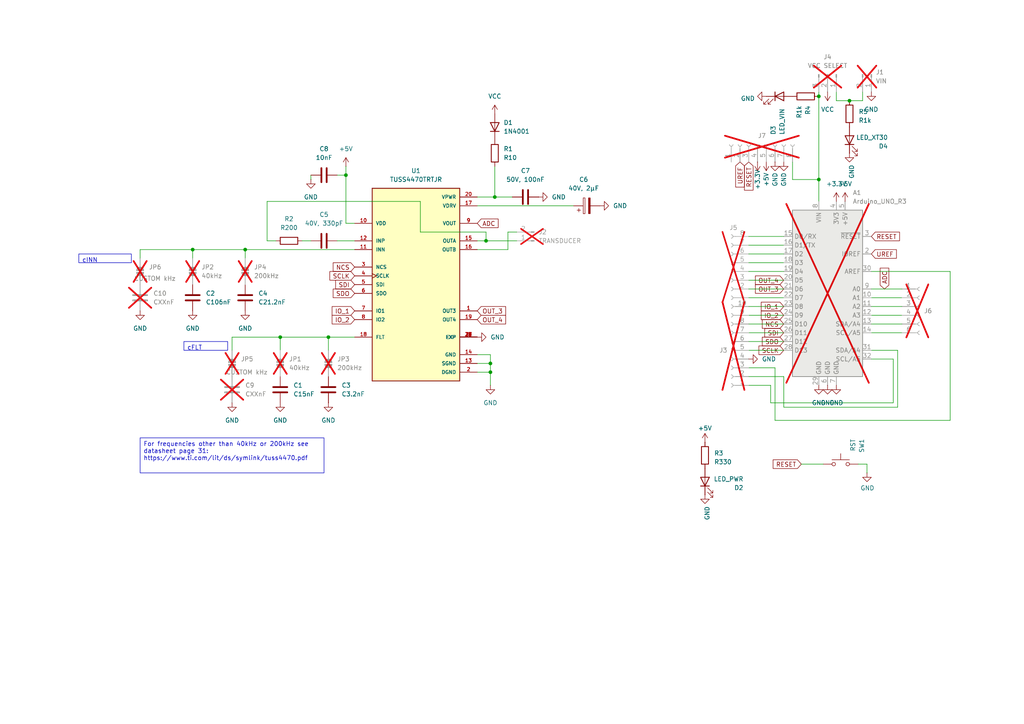
<source format=kicad_sch>
(kicad_sch (version 20231120) (generator "eeschema") (generator_version "8.0")
  (paper "A4")
  (lib_symbols
    (symbol "Connector:Conn_01x02_Pin" (pin_names (offset 1.016) hide)
      (property "Reference" "J" (at 0 2.54 0))
      (property "Value" "Conn_01x02_Pin" (at 0 -5.08 0))
      (symbol "Conn_01x02_Pin_1_1"
        (polyline (pts (xy 1.27 -2.54) (xy 0.8636 -2.54)) (stroke (width 0.1524)))
        (polyline (pts (xy 1.27 0) (xy 0.8636 0)) (stroke (width 0.1524)))
        (rectangle (start 0.8636 -2.413) (end 0 -2.667) (stroke (width 0.1524)) (fill (type outline)))
        (rectangle (start 0.8636 0.127) (end 0 -0.127) (stroke (width 0.1524)) (fill (type outline)))
        (pin passive line (at 5.08 0 180) (length 3.81) (name "Pin_1") (number "1"))
        (pin passive line (at 5.08 -2.54 180) (length 3.81) (name "Pin_2") (number "2"))
      )
    )
    (symbol "Connector:Conn_01x03_Pin" (pin_names (offset 1.016) hide)
      (property "Reference" "J" (at 0 5.08 0))
      (property "Value" "Conn_01x03_Pin" (at 0 -5.08 0))
      (symbol "Conn_01x03_Pin_1_1"
        (polyline (pts (xy 1.27 -2.54) (xy 0.8636 -2.54)) (stroke (width 0.1524)))
        (polyline (pts (xy 1.27 0) (xy 0.8636 0)) (stroke (width 0.1524)))
        (polyline (pts (xy 1.27 2.54) (xy 0.8636 2.54)) (stroke (width 0.1524)))
        (rectangle (start 0.8636 -2.413) (end 0 -2.667) (stroke (width 0.1524)) (fill (type outline)))
        (rectangle (start 0.8636 0.127) (end 0 -0.127) (stroke (width 0.1524)) (fill (type outline)))
        (rectangle (start 0.8636 2.667) (end 0 2.413) (stroke (width 0.1524)) (fill (type outline)))
        (pin passive line (at 5.08 2.54 180) (length 3.81) (name "Pin_1") (number "1"))
        (pin passive line (at 5.08 0 180) (length 3.81) (name "Pin_2") (number "2"))
        (pin passive line (at 5.08 -2.54 180) (length 3.81) (name "Pin_3") (number "3"))
      )
    )
    (symbol "Connector:Conn_01x06_Socket" (pin_names (offset 1.016) hide)
      (property "Reference" "J" (at 0 7.62 0))
      (property "Value" "Conn_01x06_Socket" (at 0 -10.16 0))
      (symbol "Conn_01x06_Socket_1_1"
        (arc (start 0 -7.112) (mid -0.5058 -7.62) (end 0 -8.128) (stroke (width 0.1524)))
        (arc (start 0 -4.572) (mid -0.5058 -5.08) (end 0 -5.588) (stroke (width 0.1524)))
        (arc (start 0 -2.032) (mid -0.5058 -2.54) (end 0 -3.048) (stroke (width 0.1524)))
        (polyline (pts (xy -1.27 -7.62) (xy -0.508 -7.62)) (stroke (width 0.1524)))
        (polyline (pts (xy -1.27 -5.08) (xy -0.508 -5.08)) (stroke (width 0.1524)))
        (polyline (pts (xy -1.27 -2.54) (xy -0.508 -2.54)) (stroke (width 0.1524)))
        (polyline (pts (xy -1.27 0) (xy -0.508 0)) (stroke (width 0.1524)))
        (polyline (pts (xy -1.27 2.54) (xy -0.508 2.54)) (stroke (width 0.1524)))
        (polyline (pts (xy -1.27 5.08) (xy -0.508 5.08)) (stroke (width 0.1524)))
        (arc (start 0 0.508) (mid -0.5058 0) (end 0 -0.508) (stroke (width 0.1524)))
        (arc (start 0 3.048) (mid -0.5058 2.54) (end 0 2.032) (stroke (width 0.1524)))
        (arc (start 0 5.588) (mid -0.5058 5.08) (end 0 4.572) (stroke (width 0.1524)))
        (pin passive line (at -5.08 5.08 0) (length 3.81) (name "Pin_1") (number "1"))
        (pin passive line (at -5.08 2.54 0) (length 3.81) (name "Pin_2") (number "2"))
        (pin passive line (at -5.08 0 0) (length 3.81) (name "Pin_3") (number "3"))
        (pin passive line (at -5.08 -2.54 0) (length 3.81) (name "Pin_4") (number "4"))
        (pin passive line (at -5.08 -5.08 0) (length 3.81) (name "Pin_5") (number "5"))
        (pin passive line (at -5.08 -7.62 0) (length 3.81) (name "Pin_6") (number "6"))
      )
    )
    (symbol "Connector:Conn_01x08_Socket" (pin_names (offset 1.016) hide)
      (property "Reference" "J" (at 0 10.16 0))
      (property "Value" "Conn_01x08_Socket" (at 0 -12.7 0))
      (symbol "Conn_01x08_Socket_1_1"
        (arc (start 0 -9.652) (mid -0.5058 -10.16) (end 0 -10.668) (stroke (width 0.1524)))
        (arc (start 0 -7.112) (mid -0.5058 -7.62) (end 0 -8.128) (stroke (width 0.1524)))
        (arc (start 0 -4.572) (mid -0.5058 -5.08) (end 0 -5.588) (stroke (width 0.1524)))
        (arc (start 0 -2.032) (mid -0.5058 -2.54) (end 0 -3.048) (stroke (width 0.1524)))
        (polyline (pts (xy -1.27 -10.16) (xy -0.508 -10.16)) (stroke (width 0.1524)))
        (polyline (pts (xy -1.27 -7.62) (xy -0.508 -7.62)) (stroke (width 0.1524)))
        (polyline (pts (xy -1.27 -5.08) (xy -0.508 -5.08)) (stroke (width 0.1524)))
        (polyline (pts (xy -1.27 -2.54) (xy -0.508 -2.54)) (stroke (width 0.1524)))
        (polyline (pts (xy -1.27 0) (xy -0.508 0)) (stroke (width 0.1524)))
        (polyline (pts (xy -1.27 2.54) (xy -0.508 2.54)) (stroke (width 0.1524)))
        (polyline (pts (xy -1.27 5.08) (xy -0.508 5.08)) (stroke (width 0.1524)))
        (polyline (pts (xy -1.27 7.62) (xy -0.508 7.62)) (stroke (width 0.1524)))
        (arc (start 0 0.508) (mid -0.5058 0) (end 0 -0.508) (stroke (width 0.1524)))
        (arc (start 0 3.048) (mid -0.5058 2.54) (end 0 2.032) (stroke (width 0.1524)))
        (arc (start 0 5.588) (mid -0.5058 5.08) (end 0 4.572) (stroke (width 0.1524)))
        (arc (start 0 8.128) (mid -0.5058 7.62) (end 0 7.112) (stroke (width 0.1524)))
        (pin passive line (at -5.08 7.62 0) (length 3.81) (name "Pin_1") (number "1"))
        (pin passive line (at -5.08 5.08 0) (length 3.81) (name "Pin_2") (number "2"))
        (pin passive line (at -5.08 2.54 0) (length 3.81) (name "Pin_3") (number "3"))
        (pin passive line (at -5.08 0 0) (length 3.81) (name "Pin_4") (number "4"))
        (pin passive line (at -5.08 -2.54 0) (length 3.81) (name "Pin_5") (number "5"))
        (pin passive line (at -5.08 -5.08 0) (length 3.81) (name "Pin_6") (number "6"))
        (pin passive line (at -5.08 -7.62 0) (length 3.81) (name "Pin_7") (number "7"))
        (pin passive line (at -5.08 -10.16 0) (length 3.81) (name "Pin_8") (number "8"))
      )
    )
    (symbol "Connector:Conn_01x10_Socket" (pin_names (offset 1.016) hide)
      (property "Reference" "J" (at 0 12.7 0))
      (property "Value" "Conn_01x10_Socket" (at 0 -15.24 0))
      (symbol "Conn_01x10_Socket_1_1"
        (arc (start 0 -12.192) (mid -0.5058 -12.7) (end 0 -13.208) (stroke (width 0.1524)))
        (arc (start 0 -9.652) (mid -0.5058 -10.16) (end 0 -10.668) (stroke (width 0.1524)))
        (arc (start 0 -7.112) (mid -0.5058 -7.62) (end 0 -8.128) (stroke (width 0.1524)))
        (arc (start 0 -4.572) (mid -0.5058 -5.08) (end 0 -5.588) (stroke (width 0.1524)))
        (arc (start 0 -2.032) (mid -0.5058 -2.54) (end 0 -3.048) (stroke (width 0.1524)))
        (polyline (pts (xy -1.27 -12.7) (xy -0.508 -12.7)) (stroke (width 0.1524)))
        (polyline (pts (xy -1.27 -10.16) (xy -0.508 -10.16)) (stroke (width 0.1524)))
        (polyline (pts (xy -1.27 -7.62) (xy -0.508 -7.62)) (stroke (width 0.1524)))
        (polyline (pts (xy -1.27 -5.08) (xy -0.508 -5.08)) (stroke (width 0.1524)))
        (polyline (pts (xy -1.27 -2.54) (xy -0.508 -2.54)) (stroke (width 0.1524)))
        (polyline (pts (xy -1.27 0) (xy -0.508 0)) (stroke (width 0.1524)))
        (polyline (pts (xy -1.27 2.54) (xy -0.508 2.54)) (stroke (width 0.1524)))
        (polyline (pts (xy -1.27 5.08) (xy -0.508 5.08)) (stroke (width 0.1524)))
        (polyline (pts (xy -1.27 7.62) (xy -0.508 7.62)) (stroke (width 0.1524)))
        (polyline (pts (xy -1.27 10.16) (xy -0.508 10.16)) (stroke (width 0.1524)))
        (arc (start 0 0.508) (mid -0.5058 0) (end 0 -0.508) (stroke (width 0.1524)))
        (arc (start 0 3.048) (mid -0.5058 2.54) (end 0 2.032) (stroke (width 0.1524)))
        (arc (start 0 5.588) (mid -0.5058 5.08) (end 0 4.572) (stroke (width 0.1524)))
        (arc (start 0 8.128) (mid -0.5058 7.62) (end 0 7.112) (stroke (width 0.1524)))
        (arc (start 0 10.668) (mid -0.5058 10.16) (end 0 9.652) (stroke (width 0.1524)))
        (pin passive line (at -5.08 10.16 0) (length 3.81) (name "Pin_1") (number "1"))
        (pin passive line (at -5.08 -12.7 0) (length 3.81) (name "Pin_10") (number "10"))
        (pin passive line (at -5.08 7.62 0) (length 3.81) (name "Pin_2") (number "2"))
        (pin passive line (at -5.08 5.08 0) (length 3.81) (name "Pin_3") (number "3"))
        (pin passive line (at -5.08 2.54 0) (length 3.81) (name "Pin_4") (number "4"))
        (pin passive line (at -5.08 0 0) (length 3.81) (name "Pin_5") (number "5"))
        (pin passive line (at -5.08 -2.54 0) (length 3.81) (name "Pin_6") (number "6"))
        (pin passive line (at -5.08 -5.08 0) (length 3.81) (name "Pin_7") (number "7"))
        (pin passive line (at -5.08 -7.62 0) (length 3.81) (name "Pin_8") (number "8"))
        (pin passive line (at -5.08 -10.16 0) (length 3.81) (name "Pin_9") (number "9"))
      )
    )
    (symbol "Device:C" (pin_numbers hide) (pin_names (offset 0.254))
      (property "Reference" "C" (at 0.635 2.54 0))
      (property "Value" "C" (at 0.635 -2.54 0))
      (symbol "C_0_1"
        (polyline (pts (xy -2.032 -0.762) (xy 2.032 -0.762)) (stroke (width 0.508)))
        (polyline (pts (xy -2.032 0.762) (xy 2.032 0.762)) (stroke (width 0.508)))
      )
      (symbol "C_1_1"
        (pin passive line (at 0 3.81 270) (length 2.794) (name "~") (number "1"))
        (pin passive line (at 0 -3.81 90) (length 2.794) (name "~") (number "2"))
      )
    )
    (symbol "Device:C_Polarized" (pin_numbers hide) (pin_names (offset 0.254))
      (property "Reference" "C" (at 0.635 2.54 0))
      (property "Value" "C_Polarized" (at 0.635 -2.54 0))
      (symbol "C_Polarized_0_1"
        (rectangle (start -2.286 0.508) (end 2.286 1.016))
        (polyline (pts (xy -1.778 2.286) (xy -0.762 2.286)))
        (polyline (pts (xy -1.27 2.794) (xy -1.27 1.778)))
        (rectangle (start 2.286 -0.508) (end -2.286 -1.016) (fill (type outline)))
      )
      (symbol "C_Polarized_1_1"
        (pin passive line (at 0 3.81 270) (length 2.794) (name "~") (number "1"))
        (pin passive line (at 0 -3.81 90) (length 2.794) (name "~") (number "2"))
      )
    )
    (symbol "Device:LED" (pin_numbers hide) (pin_names (offset 1.016) hide)
      (property "Reference" "D" (at 0 2.54 0))
      (property "Value" "LED" (at 0 -2.54 0))
      (symbol "LED_0_1"
        (polyline (pts (xy -1.27 -1.27) (xy -1.27 1.27)) (stroke (width 0.254)))
        (polyline (pts (xy -1.27 0) (xy 1.27 0)))
        (polyline (pts (xy 1.27 -1.27) (xy 1.27 1.27) (xy -1.27 0) (xy 1.27 -1.27)) (stroke (width 0.254)))
        (polyline (pts (xy -3.048 -0.762) (xy -4.572 -2.286) (xy -3.81 -2.286) (xy -4.572 -2.286) (xy -4.572 -1.524)))
        (polyline (pts (xy -1.778 -0.762) (xy -3.302 -2.286) (xy -2.54 -2.286) (xy -3.302 -2.286) (xy -3.302 -1.524)))
      )
      (symbol "LED_1_1"
        (pin passive line (at -3.81 0 0) (length 2.54) (name "K") (number "1"))
        (pin passive line (at 3.81 0 180) (length 2.54) (name "A") (number "2"))
      )
    )
    (symbol "Device:R" (pin_numbers hide) (pin_names (offset 0))
      (property "Reference" "R" (at 2.032 0 90))
      (property "Value" "R" (at 0 0 90))
      (symbol "R_0_1"
        (rectangle (start -1.016 -2.54) (end 1.016 2.54) (stroke (width 0.254)))
      )
      (symbol "R_1_1"
        (pin passive line (at 0 3.81 270) (length 1.27) (name "~") (number "1"))
        (pin passive line (at 0 -3.81 90) (length 1.27) (name "~") (number "2"))
      )
    )
    (symbol "Diode:1N4001" (pin_numbers hide) (pin_names hide)
      (property "Reference" "D" (at 0 2.54 0))
      (property "Value" "1N4001" (at 0 -2.54 0))
      (symbol "1N4001_0_1"
        (polyline (pts (xy -1.27 1.27) (xy -1.27 -1.27)) (stroke (width 0.254)))
        (polyline (pts (xy 1.27 0) (xy -1.27 0)))
        (polyline (pts (xy 1.27 1.27) (xy 1.27 -1.27) (xy -1.27 0) (xy 1.27 1.27)) (stroke (width 0.254)))
      )
      (symbol "1N4001_1_1"
        (pin passive line (at -3.81 0 0) (length 2.54) (name "K") (number "1"))
        (pin passive line (at 3.81 0 180) (length 2.54) (name "A") (number "2"))
      )
    )
    (symbol "Jumper:SolderJumper_2_Open" (pin_numbers hide) (pin_names (offset 0) hide) (exclude_from_sim yes) (in_bom no)
      (property "Reference" "JP" (at 0 2.032 0))
      (property "Value" "SolderJumper_2_Open" (at 0 -2.54 0))
      (symbol "SolderJumper_2_Open_0_1"
        (arc (start -0.254 1.016) (mid -1.2656 0) (end -0.254 -1.016))
        (arc (start -0.254 1.016) (mid -1.2656 0) (end -0.254 -1.016) (fill (type outline)))
        (polyline (pts (xy -0.254 1.016) (xy -0.254 -1.016)))
        (polyline (pts (xy 0.254 1.016) (xy 0.254 -1.016)))
        (arc (start 0.254 -1.016) (mid 1.2656 0) (end 0.254 1.016))
        (arc (start 0.254 -1.016) (mid 1.2656 0) (end 0.254 1.016) (fill (type outline)))
      )
      (symbol "SolderJumper_2_Open_1_1"
        (pin passive line (at -3.81 0 0) (length 2.54) (name "A") (number "1"))
        (pin passive line (at 3.81 0 180) (length 2.54) (name "B") (number "2"))
      )
    )
    (symbol "MCU_Module:Arduino_UNO_R3"
      (property "Reference" "A" (at -10.16 23.495 0))
      (property "Value" "Arduino_UNO_R3" (at 5.08 -26.67 0))
      (symbol "Arduino_UNO_R3_0_1"
        (rectangle (start -10.16 22.86) (end 10.16 -25.4) (stroke (width 0.254)) (fill (type background)))
      )
      (symbol "Arduino_UNO_R3_1_1"
        (pin no_connect line (at -10.16 -20.32 0) (length 2.54) hide (name "NC") (number "1"))
        (pin bidirectional line (at 12.7 -2.54 180) (length 2.54) (name "A1") (number "10"))
        (pin bidirectional line (at 12.7 -5.08 180) (length 2.54) (name "A2") (number "11"))
        (pin bidirectional line (at 12.7 -7.62 180) (length 2.54) (name "A3") (number "12"))
        (pin bidirectional line (at 12.7 -10.16 180) (length 2.54) (name "SDA/A4") (number "13"))
        (pin bidirectional line (at 12.7 -12.7 180) (length 2.54) (name "SCL/A5") (number "14"))
        (pin bidirectional line (at -12.7 15.24 0) (length 2.54) (name "D0/RX") (number "15"))
        (pin bidirectional line (at -12.7 12.7 0) (length 2.54) (name "D1/TX") (number "16"))
        (pin bidirectional line (at -12.7 10.16 0) (length 2.54) (name "D2") (number "17"))
        (pin bidirectional line (at -12.7 7.62 0) (length 2.54) (name "D3") (number "18"))
        (pin bidirectional line (at -12.7 5.08 0) (length 2.54) (name "D4") (number "19"))
        (pin output line (at 12.7 10.16 180) (length 2.54) (name "IOREF") (number "2"))
        (pin bidirectional line (at -12.7 2.54 0) (length 2.54) (name "D5") (number "20"))
        (pin bidirectional line (at -12.7 0 0) (length 2.54) (name "D6") (number "21"))
        (pin bidirectional line (at -12.7 -2.54 0) (length 2.54) (name "D7") (number "22"))
        (pin bidirectional line (at -12.7 -5.08 0) (length 2.54) (name "D8") (number "23"))
        (pin bidirectional line (at -12.7 -7.62 0) (length 2.54) (name "D9") (number "24"))
        (pin bidirectional line (at -12.7 -10.16 0) (length 2.54) (name "D10") (number "25"))
        (pin bidirectional line (at -12.7 -12.7 0) (length 2.54) (name "D11") (number "26"))
        (pin bidirectional line (at -12.7 -15.24 0) (length 2.54) (name "D12") (number "27"))
        (pin bidirectional line (at -12.7 -17.78 0) (length 2.54) (name "D13") (number "28"))
        (pin power_in line (at -2.54 -27.94 90) (length 2.54) (name "GND") (number "29"))
        (pin input line (at 12.7 15.24 180) (length 2.54) (name "~{RESET}") (number "3"))
        (pin input line (at 12.7 5.08 180) (length 2.54) (name "AREF") (number "30"))
        (pin bidirectional line (at 12.7 -17.78 180) (length 2.54) (name "SDA/A4") (number "31"))
        (pin bidirectional line (at 12.7 -20.32 180) (length 2.54) (name "SCL/A5") (number "32"))
        (pin power_out line (at 2.54 25.4 270) (length 2.54) (name "3V3") (number "4"))
        (pin power_out line (at 5.08 25.4 270) (length 2.54) (name "+5V") (number "5"))
        (pin power_in line (at 0 -27.94 90) (length 2.54) (name "GND") (number "6"))
        (pin power_in line (at 2.54 -27.94 90) (length 2.54) (name "GND") (number "7"))
        (pin power_in line (at -2.54 25.4 270) (length 2.54) (name "VIN") (number "8"))
        (pin bidirectional line (at 12.7 0 180) (length 2.54) (name "A0") (number "9"))
      )
    )
    (symbol "Switch:SW_Push" (pin_numbers hide) (pin_names (offset 1.016) hide)
      (property "Reference" "SW" (at 1.27 2.54 0))
      (property "Value" "SW_Push" (at 0 -1.524 0))
      (symbol "SW_Push_0_1"
        (circle (center -2.032 0) (radius 0.508))
        (polyline (pts (xy 0 1.27) (xy 0 3.048)))
        (polyline (pts (xy 2.54 1.27) (xy -2.54 1.27)))
        (circle (center 2.032 0) (radius 0.508))
        (pin passive line (at -5.08 0 0) (length 2.54) (name "1") (number "1"))
        (pin passive line (at 5.08 0 180) (length 2.54) (name "2") (number "2"))
      )
    )
    (symbol "TUSS4470TRTJR:TUSS4470TRTJR" (pin_names (offset 1.016))
      (property "Reference" "U" (at -12.7 29.21 0))
      (property "Value" "TUSS4470TRTJR" (at -12.7 -29.21 0))
      (symbol "TUSS4470TRTJR_0_0"
        (rectangle (start -12.7 -27.94) (end 12.7 27.94) (stroke (width 0.254)) (fill (type background)))
        (pin output line (at 17.78 -7.62 180) (length 5.08) (name "OUT3") (number "1"))
        (pin input line (at -17.78 17.78 0) (length 5.08) (name "VDD") (number "10"))
        (pin input line (at -17.78 10.16 0) (length 5.08) (name "INN") (number "11"))
        (pin input line (at -17.78 12.7 0) (length 5.08) (name "INP") (number "12"))
        (pin power_in line (at 17.78 -22.86 180) (length 5.08) (name "SGND") (number "13"))
        (pin power_in line (at 17.78 -20.32 180) (length 5.08) (name "GND") (number "14"))
        (pin output line (at 17.78 12.7 180) (length 5.08) (name "OUTA") (number "15"))
        (pin output line (at 17.78 10.16 180) (length 5.08) (name "OUTB") (number "16"))
        (pin power_in line (at 17.78 22.86 180) (length 5.08) (name "VDRV") (number "17"))
        (pin bidirectional line (at -17.78 -15.24 0) (length 5.08) (name "FLT") (number "18"))
        (pin output line (at 17.78 -10.16 180) (length 5.08) (name "OUT4") (number "19"))
        (pin power_in line (at 17.78 -25.4 180) (length 5.08) (name "DGND") (number "2"))
        (pin power_in line (at 17.78 25.4 180) (length 5.08) (name "VPWR") (number "20"))
        (pin passive line (at 17.78 -15.24 180) (length 5.08) (name "EXP") (number "21"))
        (pin passive line (at 17.78 -15.24 180) (length 5.08) (name "EXP") (number "22"))
        (pin passive line (at 17.78 -15.24 180) (length 5.08) (name "EXP") (number "23"))
        (pin passive line (at 17.78 -15.24 180) (length 5.08) (name "EXP") (number "24"))
        (pin passive line (at 17.78 -15.24 180) (length 5.08) (name "EXP") (number "25"))
        (pin passive line (at 17.78 -15.24 180) (length 5.08) (name "EXP") (number "26"))
        (pin passive line (at 17.78 -15.24 180) (length 5.08) (name "EXP") (number "27"))
        (pin passive line (at 17.78 -15.24 180) (length 5.08) (name "EXP") (number "28"))
        (pin passive line (at 17.78 -15.24 180) (length 5.08) (name "EXP") (number "29"))
        (pin input line (at -17.78 5.08 0) (length 5.08) (name "NCS") (number "3"))
        (pin passive line (at 17.78 -15.24 180) (length 5.08) (name "EXP") (number "30"))
        (pin input clock (at -17.78 2.54 0) (length 5.08) (name "SCLK") (number "4"))
        (pin input line (at -17.78 0 0) (length 5.08) (name "SDI") (number "5"))
        (pin output line (at -17.78 -2.54 0) (length 5.08) (name "SDO") (number "6"))
        (pin bidirectional line (at -17.78 -7.62 0) (length 5.08) (name "IO1") (number "7"))
        (pin bidirectional line (at -17.78 -10.16 0) (length 5.08) (name "IO2") (number "8"))
        (pin output line (at 17.78 17.78 180) (length 5.08) (name "VOUT") (number "9"))
      )
    )
    (symbol "power:+3.3V" (power) (pin_numbers hide) (pin_names (offset 0) hide)
      (property "Value" "+3.3V" (at 0 3.556 0))
      (symbol "+3.3V_0_1"
        (polyline (pts (xy -0.762 1.27) (xy 0 2.54)))
        (polyline (pts (xy 0 0) (xy 0 2.54)))
        (polyline (pts (xy 0 2.54) (xy 0.762 1.27)))
      )
      (symbol "+3.3V_1_1"
        (pin power_in line (at 0 0 90) (length 0) (name "~") (number "1"))
      )
    )
    (symbol "power:+5V" (power) (pin_numbers hide) (pin_names (offset 0) hide)
      (property "Value" "+5V" (at 0 3.556 0))
      (symbol "+5V_0_1"
        (polyline (pts (xy -0.762 1.27) (xy 0 2.54)))
        (polyline (pts (xy 0 0) (xy 0 2.54)))
        (polyline (pts (xy 0 2.54) (xy 0.762 1.27)))
      )
      (symbol "+5V_1_1"
        (pin power_in line (at 0 0 90) (length 0) (name "~") (number "1"))
      )
    )
    (symbol "power:GND" (power) (pin_numbers hide) (pin_names (offset 0) hide)
      (property "Value" "GND" (at 0 -3.81 0))
      (symbol "GND_0_1"
        (polyline (pts (xy 0 0) (xy 0 -1.27) (xy 1.27 -1.27) (xy 0 -2.54) (xy -1.27 -1.27) (xy 0 -1.27)))
      )
      (symbol "GND_1_1"
        (pin power_in line (at 0 0 270) (length 0) (name "~") (number "1"))
      )
    )
    (symbol "power:VCC" (power) (pin_numbers hide) (pin_names (offset 0) hide)
      (property "Value" "VCC" (at 0 3.556 0))
      (symbol "VCC_0_1"
        (polyline (pts (xy -0.762 1.27) (xy 0 2.54)))
        (polyline (pts (xy 0 0) (xy 0 2.54)))
        (polyline (pts (xy 0 2.54) (xy 0.762 1.27)))
      )
      (symbol "VCC_1_1"
        (pin power_in line (at 0 0 90) (length 0) (name "~") (number "1"))
      )
    )
  )
  (junction (at 237.49 27.94))
  (junction (at 95.25 97.79))
  (junction (at 237.49 52.07))
  (junction (at 246.38 29.21))
  (junction (at 142.24 107.95))
  (junction (at 100.33 50.8))
  (junction (at 142.24 105.41))
  (junction (at 55.88 72.39))
  (junction (at 71.12 72.39))
  (junction (at 81.28 97.79))
  (junction (at 143.51 57.15))
  (junction (at 140.97 69.85))
  (wire (pts (xy 100.33 50.8) (xy 100.33 64.77)))
  (wire (pts (xy 102.87 72.39) (xy 71.12 72.39)))
  (wire (pts (xy 246.38 29.21) (xy 250.19 29.21)))
  (wire (pts (xy 224.79 121.92) (xy 224.79 106.68)))
  (wire (pts (xy 97.79 50.8) (xy 100.33 50.8)))
  (wire (pts (xy 275.59 78.74) (xy 275.59 121.92)))
  (wire (pts (xy 121.92 67.31) (xy 140.97 67.31)))
  (wire (pts (xy 223.52 111.76) (xy 217.17 111.76)))
  (wire (pts (xy 143.51 48.26) (xy 143.51 57.15)))
  (wire (pts (xy 217.17 99.06) (xy 227.33 99.06)))
  (wire (pts (xy 242.57 29.21) (xy 242.57 26.67)))
  (wire (pts (xy 55.88 72.39) (xy 55.88 74.93)))
  (wire (pts (xy 143.51 57.15) (xy 148.59 57.15)))
  (wire (pts (xy 259.08 116.84) (xy 223.52 116.84)))
  (wire (pts (xy 252.73 93.98) (xy 261.62 93.98)))
  (wire (pts (xy 87.63 69.85) (xy 90.17 69.85)))
  (wire (pts (xy 81.28 97.79) (xy 95.25 97.79)))
  (wire (pts (xy 138.43 105.41) (xy 142.24 105.41)))
  (wire (pts (xy 217.17 91.44) (xy 227.33 91.44)))
  (wire (pts (xy 217.17 96.52) (xy 227.33 96.52)))
  (wire (pts (xy 71.12 72.39) (xy 71.12 74.93)))
  (wire (pts (xy 140.97 69.85) (xy 149.86 69.85)))
  (wire (pts (xy 229.87 46.99) (xy 229.87 52.07)))
  (wire (pts (xy 217.17 109.22) (xy 227.33 109.22)))
  (wire (pts (xy 252.73 86.36) (xy 261.62 86.36)))
  (wire (pts (xy 223.52 116.84) (xy 223.52 111.76)))
  (wire (pts (xy 147.32 67.31) (xy 147.32 72.39)))
  (wire (pts (xy 149.86 67.31) (xy 147.32 67.31)))
  (wire (pts (xy 217.17 68.58) (xy 227.33 68.58)))
  (wire (pts (xy 252.73 78.74) (xy 275.59 78.74)))
  (wire (pts (xy 217.17 86.36) (xy 227.33 86.36)))
  (wire (pts (xy 90.17 52.07) (xy 90.17 50.8)))
  (wire (pts (xy 227.33 118.11) (xy 260.35 118.11)))
  (wire (pts (xy 67.31 97.79) (xy 81.28 97.79)))
  (wire (pts (xy 237.49 52.07) (xy 237.49 58.42)))
  (wire (pts (xy 250.19 29.21) (xy 250.19 26.67)))
  (wire (pts (xy 97.79 69.85) (xy 102.87 69.85)))
  (wire (pts (xy 275.59 121.92) (xy 224.79 121.92)))
  (wire (pts (xy 166.37 59.69) (xy 138.43 59.69)))
  (wire (pts (xy 237.49 27.94) (xy 237.49 52.07)))
  (wire (pts (xy 77.47 58.42) (xy 121.92 58.42)))
  (wire (pts (xy 252.73 104.14) (xy 259.08 104.14)))
  (wire (pts (xy 138.43 102.87) (xy 142.24 102.87)))
  (wire (pts (xy 77.47 69.85) (xy 80.01 69.85)))
  (wire (pts (xy 217.17 81.28) (xy 227.33 81.28)))
  (wire (pts (xy 224.79 106.68) (xy 217.17 106.68)))
  (wire (pts (xy 260.35 101.6) (xy 260.35 118.11)))
  (wire (pts (xy 138.43 57.15) (xy 143.51 57.15)))
  (wire (pts (xy 252.73 88.9) (xy 261.62 88.9)))
  (wire (pts (xy 217.17 78.74) (xy 227.33 78.74)))
  (wire (pts (xy 40.64 72.39) (xy 40.64 74.93)))
  (wire (pts (xy 55.88 72.39) (xy 40.64 72.39)))
  (wire (pts (xy 217.17 83.82) (xy 227.33 83.82)))
  (wire (pts (xy 100.33 48.26) (xy 100.33 50.8)))
  (wire (pts (xy 237.49 26.67) (xy 237.49 27.94)))
  (wire (pts (xy 217.17 93.98) (xy 227.33 93.98)))
  (wire (pts (xy 142.24 107.95) (xy 142.24 111.76)))
  (wire (pts (xy 217.17 71.12) (xy 227.33 71.12)))
  (wire (pts (xy 217.17 73.66) (xy 227.33 73.66)))
  (wire (pts (xy 142.24 105.41) (xy 142.24 107.95)))
  (wire (pts (xy 140.97 67.31) (xy 140.97 69.85)))
  (wire (pts (xy 217.17 76.2) (xy 227.33 76.2)))
  (wire (pts (xy 71.12 72.39) (xy 55.88 72.39)))
  (wire (pts (xy 81.28 97.79) (xy 81.28 101.6)))
  (wire (pts (xy 217.17 88.9) (xy 227.33 88.9)))
  (wire (pts (xy 67.31 101.6) (xy 67.31 97.79)))
  (wire (pts (xy 227.33 109.22) (xy 227.33 118.11)))
  (wire (pts (xy 138.43 107.95) (xy 142.24 107.95)))
  (wire (pts (xy 100.33 64.77) (xy 102.87 64.77)))
  (wire (pts (xy 232.41 134.62) (xy 238.76 134.62)))
  (wire (pts (xy 142.24 102.87) (xy 142.24 105.41)))
  (wire (pts (xy 229.87 52.07) (xy 237.49 52.07)))
  (wire (pts (xy 242.57 29.21) (xy 246.38 29.21)))
  (wire (pts (xy 95.25 97.79) (xy 102.87 97.79)))
  (wire (pts (xy 95.25 101.6) (xy 95.25 97.79)))
  (wire (pts (xy 259.08 104.14) (xy 259.08 116.84)))
  (wire (pts (xy 252.73 101.6) (xy 260.35 101.6)))
  (wire (pts (xy 138.43 72.39) (xy 147.32 72.39)))
  (wire (pts (xy 217.17 101.6) (xy 227.33 101.6)))
  (wire (pts (xy 252.73 96.52) (xy 261.62 96.52)))
  (wire (pts (xy 252.73 91.44) (xy 261.62 91.44)))
  (wire (pts (xy 251.46 134.62) (xy 251.46 137.16)))
  (wire (pts (xy 77.47 69.85) (xy 77.47 58.42)))
  (wire (pts (xy 138.43 69.85) (xy 140.97 69.85)))
  (wire (pts (xy 252.73 83.82) (xy 261.62 83.82)))
  (wire (pts (xy 248.92 134.62) (xy 251.46 134.62)))
  (wire (pts (xy 121.92 58.42) (xy 121.92 67.31)))
  (text_box "cFLT" (at 53.34 99.06 0) (size 12.7 2.54) (effects (font (size 1.27 1.27)) (justify left top)))
  (text_box "For frequencies other than 40kHz or 200kHz see datasheet page 31:\nhttps://www.ti.com/lit/ds/symlink/tuss4470.pdf" (at 40.64 127 0) (size 53.34 10.16) (effects (font (size 1.27 1.27)) (justify left top)))
  (text_box "cINN" (at 22.86 73.66 0) (size 15.24 2.54) (effects (font (size 1.27 1.27)) (justify left top)))
  (global_label "NCS" (shape input) (at 102.87 77.47 180) (property "Intersheetrefs" "${INTERSHEET_REFS}" (effects (hide yes))))
  (global_label "RESET" (shape input) (at 252.73 68.58 0) (property "Intersheetrefs" "${INTERSHEET_REFS}" (effects (hide yes))))
  (global_label "IO_1" (shape input) (at 227.33 88.9 180) (property "Intersheetrefs" "${INTERSHEET_REFS}" (effects (hide yes))))
  (global_label "SCLK" (shape input) (at 102.87 80.01 180) (property "Intersheetrefs" "${INTERSHEET_REFS}" (effects (hide yes))))
  (global_label "UREF" (shape input) (at 214.63 46.99 270) (property "Intersheetrefs" "${INTERSHEET_REFS}" (effects (hide yes))))
  (global_label "SDO" (shape input) (at 102.87 85.09 180) (property "Intersheetrefs" "${INTERSHEET_REFS}" (effects (hide yes))))
  (global_label "RESET" (shape input) (at 217.17 46.99 270) (property "Intersheetrefs" "${INTERSHEET_REFS}" (effects (hide yes))))
  (global_label "ADC" (shape input) (at 138.43 64.77 0) (property "Intersheetrefs" "${INTERSHEET_REFS}" (effects (hide yes))))
  (global_label "OUT_4" (shape input) (at 138.43 92.71 0) (property "Intersheetrefs" "${INTERSHEET_REFS}" (effects (hide yes))))
  (global_label "OUT_4" (shape input) (at 227.33 81.28 180) (property "Intersheetrefs" "${INTERSHEET_REFS}" (effects (hide yes))))
  (global_label "ADC" (shape input) (at 256.54 83.82 90) (property "Intersheetrefs" "${INTERSHEET_REFS}" (effects (hide yes))))
  (global_label "NCS" (shape input) (at 227.33 93.98 180) (property "Intersheetrefs" "${INTERSHEET_REFS}" (effects (hide yes))))
  (global_label "SDI" (shape input) (at 102.87 82.55 180) (property "Intersheetrefs" "${INTERSHEET_REFS}" (effects (hide yes))))
  (global_label "OUT_3" (shape input) (at 138.43 90.17 0) (property "Intersheetrefs" "${INTERSHEET_REFS}" (effects (hide yes))))
  (global_label "SDO" (shape input) (at 227.33 99.06 180) (property "Intersheetrefs" "${INTERSHEET_REFS}" (effects (hide yes))))
  (global_label "IO_2" (shape input) (at 227.33 91.44 180) (property "Intersheetrefs" "${INTERSHEET_REFS}" (effects (hide yes))))
  (global_label "OUT_3" (shape input) (at 227.33 83.82 180) (property "Intersheetrefs" "${INTERSHEET_REFS}" (effects (hide yes))))
  (global_label "IO_2" (shape input) (at 102.87 92.71 180) (property "Intersheetrefs" "${INTERSHEET_REFS}" (effects (hide yes))))
  (global_label "RESET" (shape input) (at 232.41 134.62 180) (property "Intersheetrefs" "${INTERSHEET_REFS}" (effects (hide yes))))
  (global_label "UREF" (shape input) (at 252.73 73.66 0) (property "Intersheetrefs" "${INTERSHEET_REFS}" (effects (hide yes))))
  (global_label "IO_1" (shape input) (at 102.87 90.17 180) (property "Intersheetrefs" "${INTERSHEET_REFS}" (effects (hide yes))))
  (global_label "SDI" (shape input) (at 227.33 96.52 180) (property "Intersheetrefs" "${INTERSHEET_REFS}" (effects (hide yes))))
  (global_label "SCLK" (shape input) (at 227.33 101.6 180) (property "Intersheetrefs" "${INTERSHEET_REFS}" (effects (hide yes))))
  (symbol (lib_id "Device:C") (at 67.31 113.03 0) (unit 1) (in_bom no) (dnp yes)
    (property "Reference" "C9" (at 71.12 111.7599 0) (effects (justify left)))
    (property "Value" "CXXnF" (at 71.12 114.2999 0) (effects (justify left)))
    (property "Footprint" "Capacitor_SMD:C_0603_1608Metric" (effects (hide yes)))
    (property "Description" "Unpolarized capacitor" (effects (hide yes)))
  )
  (symbol (lib_id "power:+5V") (at 204.47 128.27 0) (unit 1)
    (property "Reference" "#PWR026" (effects (hide yes)))
    (property "Value" "+5V" (at 204.47 124.206 0))
  )
  (symbol (lib_id "power:GND") (at 252.73 26.67 0) (unit 1)
    (property "Reference" "#PWR03" (effects (hide yes)))
    (property "Value" "GND" (at 252.73 31.75 0))
    (property "Description" "Power symbol creates a global label with name \"GND\" , ground" (effects (hide yes)))
  )
  (symbol (lib_id "power:+5V") (at 245.11 58.42 0) (unit 1)
    (property "Reference" "#PWR015" (effects (hide yes)))
    (property "Value" "+5V" (at 245.11 53.34 0))
    (property "Description" "Power symbol creates a global label with name \"+5V\"" (effects (hide yes)))
  )
  (symbol (lib_id "MCU_Module:Arduino_UNO_R3") (at 240.03 83.82 0) (unit 1) (in_bom no) (dnp yes)
    (property "Reference" "A1" (at 247.3041 55.88 0) (effects (justify left)))
    (property "Value" "Arduino_UNO_R3" (at 247.3041 58.42 0) (effects (justify left)))
    (property "Footprint" "Module:Arduino_UNO_R3" (effects (hide yes)))
    (property "Datasheet" "https://www.arduino.cc/en/Main/arduinoBoardUno" (effects (hide yes)))
    (property "Description" "Arduino UNO Microcontroller Module, release 3" (effects (hide yes)))
  )
  (symbol (lib_id "power:GND") (at 246.38 44.45 0) (unit 1)
    (property "Reference" "#PWR032" (effects (hide yes)))
    (property "Value" "GND" (at 247.015 47.752 90) (effects (justify right)))
  )
  (symbol (lib_id "Connector:Conn_01x02_Pin") (at 154.94 69.85 180) (unit 1) (exclude_from_sim yes) (in_bom no) (dnp yes)
    (property "Reference" "J2" (at 156.21 67.3099 0) (effects (justify right)))
    (property "Value" "TRANSDUCER" (at 156.21 69.8499 0) (effects (justify right)))
    (property "Footprint" "TerminalBlock_4Ucon:TerminalBlock_4Ucon_1x02_P3.50mm_Horizontal" (effects (hide yes)))
    (property "Description" "Generic connector, single row, 01x02, script generated" (effects (hide yes)))
  )
  (symbol (lib_id "power:+5V") (at 100.33 48.26 0) (unit 1)
    (property "Reference" "#PWR016" (effects (hide yes)))
    (property "Value" "+5V" (at 100.33 43.18 0))
    (property "Description" "Power symbol creates a global label with name \"+5V\"" (effects (hide yes)))
  )
  (symbol (lib_id "power:GND") (at 95.25 116.84 0) (unit 1)
    (property "Reference" "#PWR09" (effects (hide yes)))
    (property "Value" "GND" (at 95.25 121.92 0))
    (property "Description" "Power symbol creates a global label with name \"GND\" , ground" (effects (hide yes)))
  )
  (symbol (lib_id "Connector:Conn_01x08_Socket") (at 212.09 78.74 180) (unit 1) (in_bom no) (dnp yes)
    (property "Reference" "J5" (at 212.725 66.04 0))
    (property "Value" "Conn_01x08_Socket" (effects (hide yes)))
    (property "Footprint" "Connector_PinHeader_2.54mm:PinHeader_1x08_P2.54mm_Vertical" (effects (hide yes)))
    (property "Description" "Generic connector, single row, 01x08, script generated" (effects (hide yes)))
  )
  (symbol (lib_id "power:GND") (at 204.47 143.51 0) (unit 1)
    (property "Reference" "#PWR027" (effects (hide yes)))
    (property "Value" "GND" (at 205.105 146.812 90) (effects (justify right)))
  )
  (symbol (lib_id "power:GND") (at 67.31 116.84 0) (unit 1)
    (property "Reference" "#PWR017" (effects (hide yes)))
    (property "Value" "GND" (at 67.31 121.92 0))
    (property "Description" "Power symbol creates a global label with name \"GND\" , ground" (effects (hide yes)))
  )
  (symbol (lib_id "Device:C") (at 93.98 69.85 90) (unit 1)
    (property "Reference" "C5" (at 93.98 62.23 90))
    (property "Value" "40V, 330pF" (at 93.98 64.77 90))
    (property "Footprint" "Capacitor_SMD:C_0603_1608Metric" (effects (hide yes)))
    (property "Description" "Unpolarized capacitor" (effects (hide yes)))
    (property "LCSC" "C1664" (effects (hide yes)))
  )
  (symbol (lib_id "power:GND") (at 90.17 52.07 0) (unit 1)
    (property "Reference" "#PWR014" (effects (hide yes)))
    (property "Value" "GND" (at 90.17 57.15 0))
    (property "Description" "Power symbol creates a global label with name \"GND\" , ground" (effects (hide yes)))
  )
  (symbol (lib_id "power:GND") (at 138.43 97.79 90) (unit 1)
    (property "Reference" "#PWR019" (effects (hide yes)))
    (property "Value" "GND" (at 142.24 97.7899 90) (effects (justify right)))
    (property "Description" "Power symbol creates a global label with name \"GND\" , ground" (effects (hide yes)))
  )
  (symbol (lib_id "power:GND") (at 237.49 111.76 0) (unit 1)
    (property "Reference" "#PWR06" (effects (hide yes)))
    (property "Value" "GND" (at 237.49 116.84 0))
    (property "Description" "Power symbol creates a global label with name \"GND\" , ground" (effects (hide yes)))
  )
  (symbol (lib_id "power:GND") (at 251.46 137.16 0) (unit 1)
    (property "Reference" "#PWR030" (effects (hide yes)))
    (property "Value" "GND" (at 251.587 141.5542 0))
  )
  (symbol (lib_id "power:+3.3V") (at 242.57 58.42 0) (unit 1)
    (property "Reference" "#PWR022" (effects (hide yes)))
    (property "Value" "+3.3V" (at 242.57 53.34 0))
    (property "Description" "Power symbol creates a global label with name \"+3.3V\"" (effects (hide yes)))
  )
  (symbol (lib_id "Device:C") (at 55.88 86.36 0) (unit 1)
    (property "Reference" "C2" (at 59.69 85.0899 0) (effects (justify left)))
    (property "Value" "C106nF" (at 59.69 87.6299 0) (effects (justify left)))
    (property "Footprint" "Capacitor_SMD:C_0603_1608Metric" (effects (hide yes)))
    (property "Description" "Unpolarized capacitor" (effects (hide yes)))
    (property "LCSC" "C14663" (effects (hide yes)))
  )
  (symbol (lib_id "Device:R") (at 83.82 69.85 270) (unit 1)
    (property "Reference" "R2" (at 83.82 63.5 90))
    (property "Value" "R200" (at 83.82 66.04 90))
    (property "Footprint" "Resistor_SMD:R_1206_3216Metric" (effects (hide yes)))
    (property "Description" "Resistor" (effects (hide yes)))
    (property "LCSC" "C18002" (effects (hide yes)))
  )
  (symbol (lib_id "Device:LED") (at 204.47 139.7 90) (unit 1)
    (property "Reference" "D2" (at 215.646 141.478 90) (effects (justify left)))
    (property "Value" "LED_PWR" (at 215.646 138.938 90) (effects (justify left)))
    (property "Footprint" "LED_SMD:LED_0805_2012Metric" (effects (hide yes)))
    (property "LCSC" "C84256" (effects (hide yes)))
  )
  (symbol (lib_id "Jumper:SolderJumper_2_Open") (at 55.88 78.74 90) (unit 1) (exclude_from_sim yes) (in_bom no) (dnp yes)
    (property "Reference" "JP2" (at 58.42 77.4699 90) (effects (justify right)))
    (property "Value" "40kHz" (at 58.42 80.0099 90) (effects (justify right)))
    (property "Footprint" "Connector_PinHeader_2.54mm:PinHeader_1x02_P2.54mm_Vertical" (effects (hide yes)))
    (property "Description" "Solder Jumper, 2-pole, open" (effects (hide yes)))
  )
  (symbol (lib_id "Device:C") (at 40.64 86.36 0) (unit 1) (in_bom no) (dnp yes)
    (property "Reference" "C10" (at 44.45 85.0899 0) (effects (justify left)))
    (property "Value" "CXXnF" (at 44.45 87.6299 0) (effects (justify left)))
    (property "Footprint" "Capacitor_SMD:C_0603_1608Metric" (effects (hide yes)))
    (property "Description" "Unpolarized capacitor" (effects (hide yes)))
  )
  (symbol (lib_id "power:GND") (at 217.17 104.14 90) (unit 1)
    (property "Reference" "#PWR020" (effects (hide yes)))
    (property "Value" "GND" (at 220.98 104.1399 90) (effects (justify right)))
    (property "Description" "Power symbol creates a global label with name \"GND\" , ground" (effects (hide yes)))
  )
  (symbol (lib_id "power:VCC") (at 240.03 26.67 180) (unit 1)
    (property "Reference" "#PWR02" (effects (hide yes)))
    (property "Value" "VCC" (at 240.03 31.75 0))
    (property "Description" "Power symbol creates a global label with name \"VCC\"" (effects (hide yes)))
  )
  (symbol (lib_id "power:+5V") (at 222.25 46.99 180) (unit 1)
    (property "Reference" "#PWR021" (effects (hide yes)))
    (property "Value" "+5V" (at 222.25 52.07 90))
    (property "Description" "Power symbol creates a global label with name \"+5V\"" (effects (hide yes)))
  )
  (symbol (lib_id "Connector:Conn_01x02_Pin") (at 252.73 21.59 270) (unit 1) (in_bom no) (dnp yes)
    (property "Reference" "J1" (at 254 20.9549 90) (effects (justify left)))
    (property "Value" "VIN" (at 254 23.4949 90) (effects (justify left)))
    (property "Footprint" "Connector_AMASS:AMASS_XT30PW-M_1x02_P2.50mm_Horizontal" (effects (hide yes)))
    (property "Description" "Generic connector, single row, 01x02, script generated" (effects (hide yes)))
  )
  (symbol (lib_id "Device:C") (at 152.4 57.15 90) (unit 1)
    (property "Reference" "C7" (at 152.4 49.53 90))
    (property "Value" "50V, 100nF" (at 152.4 52.07 90))
    (property "Footprint" "Capacitor_SMD:C_0603_1608Metric" (effects (hide yes)))
    (property "Description" "Unpolarized capacitor" (effects (hide yes)))
    (property "LCSC" "C14663" (effects (hide yes)))
  )
  (symbol (lib_id "Connector:Conn_01x08_Socket") (at 219.71 41.91 90) (unit 1) (in_bom no) (dnp yes)
    (property "Reference" "J7" (at 220.98 39.37 90))
    (property "Value" "Conn_01x08_Socket" (effects (hide yes)))
    (property "Footprint" "Connector_PinHeader_2.54mm:PinHeader_1x08_P2.54mm_Vertical" (effects (hide yes)))
    (property "Description" "Generic connector, single row, 01x08, script generated" (effects (hide yes)))
  )
  (symbol (lib_id "Device:C") (at 81.28 113.03 0) (unit 1)
    (property "Reference" "C1" (at 85.09 111.7599 0) (effects (justify left)))
    (property "Value" "C15nF" (at 85.09 114.2999 0) (effects (justify left)))
    (property "Footprint" "Capacitor_SMD:C_0603_1608Metric" (effects (hide yes)))
    (property "Description" "Unpolarized capacitor" (effects (hide yes)))
    (property "LCSC" "C1596" (effects (hide yes)))
  )
  (symbol (lib_id "power:VCC") (at 143.51 33.02 0) (unit 1)
    (property "Reference" "#PWR013" (effects (hide yes)))
    (property "Value" "VCC" (at 143.51 27.94 0))
    (property "Description" "Power symbol creates a global label with name \"VCC\"" (effects (hide yes)))
  )
  (symbol (lib_id "Jumper:SolderJumper_2_Open") (at 71.12 78.74 90) (unit 1) (exclude_from_sim yes) (in_bom no) (dnp yes)
    (property "Reference" "JP4" (at 73.66 77.4699 90) (effects (justify right)))
    (property "Value" "200kHz" (at 73.66 80.0099 90) (effects (justify right)))
    (property "Footprint" "Connector_PinHeader_2.54mm:PinHeader_1x02_P2.54mm_Vertical" (effects (hide yes)))
    (property "Description" "Solder Jumper, 2-pole, open" (effects (hide yes)))
  )
  (symbol (lib_id "Device:C") (at 93.98 50.8 90) (unit 1)
    (property "Reference" "C8" (at 93.98 43.18 90))
    (property "Value" "10nF" (at 93.98 45.72 90))
    (property "Footprint" "Capacitor_SMD:C_0603_1608Metric" (effects (hide yes)))
    (property "Description" "Unpolarized capacitor" (effects (hide yes)))
    (property "LCSC" "C57112" (effects (hide yes)))
  )
  (symbol (lib_id "Jumper:SolderJumper_2_Open") (at 67.31 105.41 90) (unit 1) (exclude_from_sim yes) (in_bom no) (dnp yes)
    (property "Reference" "JP5" (at 69.85 104.1399 90) (effects (justify right)))
    (property "Value" "CUSTOM kHz" (at 65.532 107.95 90) (effects (justify right)))
    (property "Footprint" "Connector_PinHeader_2.54mm:PinHeader_1x02_P2.54mm_Vertical" (effects (hide yes)))
    (property "Description" "Solder Jumper, 2-pole, open" (effects (hide yes)))
  )
  (symbol (lib_id "Diode:1N4001") (at 143.51 36.83 90) (unit 1)
    (property "Reference" "D1" (at 146.05 35.5599 90) (effects (justify right)))
    (property "Value" "1N4001" (at 146.05 38.0999 90) (effects (justify right)))
    (property "Footprint" "Diode_SMD:D_SMA" (effects (hide yes)))
    (property "Datasheet" "http://www.vishay.com/docs/88503/1n4001.pdf" (effects (hide yes)))
    (property "Description" "50V 1A General Purpose Rectifier Diode, DO-41" (effects (hide yes)))
    (property "Sim.Device" "D" (effects (hide yes)))
    (property "Sim.Pins" "1=K 2=A" (effects (hide yes)))
    (property "LCSC" "C727079" (effects (hide yes)))
  )
  (symbol (lib_id "power:GND") (at 81.28 116.84 0) (unit 1)
    (property "Reference" "#PWR07" (effects (hide yes)))
    (property "Value" "GND" (at 81.28 121.92 0))
    (property "Description" "Power symbol creates a global label with name \"GND\" , ground" (effects (hide yes)))
  )
  (symbol (lib_id "power:GND") (at 227.33 46.99 0) (unit 1)
    (property "Reference" "#PWR025" (effects (hide yes)))
    (property "Value" "GND" (at 227.33 52.07 90))
    (property "Description" "Power symbol creates a global label with name \"GND\" , ground" (effects (hide yes)))
  )
  (symbol (lib_id "Device:R") (at 246.38 33.02 180) (unit 1)
    (property "Reference" "R5" (at 249.047 32.385 0) (effects (justify right)))
    (property "Value" "R1k" (at 249.047 34.925 0) (effects (justify right)))
    (property "Footprint" "Resistor_SMD:R_0603_1608Metric" (effects (hide yes)))
    (property "LCSC" "C14676" (effects (hide yes)))
  )
  (symbol (lib_id "power:GND") (at 242.57 111.76 0) (unit 1)
    (property "Reference" "#PWR04" (effects (hide yes)))
    (property "Value" "GND" (at 242.57 116.84 0))
    (property "Description" "Power symbol creates a global label with name \"GND\" , ground" (effects (hide yes)))
  )
  (symbol (lib_id "Device:R") (at 204.47 132.08 180) (unit 1)
    (property "Reference" "R3" (at 207.137 131.445 0) (effects (justify right)))
    (property "Value" "R330" (at 207.137 133.985 0) (effects (justify right)))
    (property "Footprint" "Resistor_SMD:R_0603_1608Metric" (effects (hide yes)))
    (property "LCSC" "C23138" (effects (hide yes)))
  )
  (symbol (lib_id "Device:C") (at 95.25 113.03 0) (unit 1)
    (property "Reference" "C3" (at 99.06 111.7599 0) (effects (justify left)))
    (property "Value" "C3.2nF" (at 99.06 114.2999 0) (effects (justify left)))
    (property "Footprint" "Capacitor_SMD:C_0603_1608Metric" (effects (hide yes)))
    (property "Description" "Unpolarized capacitor" (effects (hide yes)))
    (property "LCSC" "C1613" (effects (hide yes)))
  )
  (symbol (lib_id "Device:C_Polarized") (at 170.18 59.69 90) (unit 1)
    (property "Reference" "C6" (at 169.291 52.07 90))
    (property "Value" "40V, 2µF" (at 169.291 54.61 90))
    (property "Footprint" "Capacitor_SMD:C_1206_3216Metric" (effects (hide yes)))
    (property "Description" "Polarized capacitor" (effects (hide yes)))
    (property "LCSC" "C50254" (effects (hide yes)))
  )
  (symbol (lib_id "Device:R") (at 233.68 27.94 90) (unit 1)
    (property "Reference" "R4" (at 234.315 30.607 0) (effects (justify right)))
    (property "Value" "R1k" (at 231.775 30.607 0) (effects (justify right)))
    (property "Footprint" "Resistor_SMD:R_0603_1608Metric" (effects (hide yes)))
    (property "LCSC" "C14676" (effects (hide yes)))
  )
  (symbol (lib_id "power:GND") (at 40.64 90.17 0) (unit 1)
    (property "Reference" "#PWR018" (effects (hide yes)))
    (property "Value" "GND" (at 40.64 95.25 0))
    (property "Description" "Power symbol creates a global label with name \"GND\" , ground" (effects (hide yes)))
  )
  (symbol (lib_id "Device:LED") (at 246.38 40.64 90) (unit 1)
    (property "Reference" "D4" (at 257.556 42.418 90) (effects (justify left)))
    (property "Value" "LED_XT30" (at 257.556 39.878 90) (effects (justify left)))
    (property "Footprint" "LED_SMD:LED_0805_2012Metric" (effects (hide yes)))
    (property "LCSC" "C84256" (effects (hide yes)))
  )
  (symbol (lib_id "power:GND") (at 156.21 57.15 90) (unit 1)
    (property "Reference" "#PWR011" (effects (hide yes)))
    (property "Value" "GND" (at 160.02 57.1499 90) (effects (justify right)))
    (property "Description" "Power symbol creates a global label with name \"GND\" , ground" (effects (hide yes)))
  )
  (symbol (lib_id "Device:LED") (at 226.06 27.94 0) (unit 1)
    (property "Reference" "D3" (at 224.282 39.116 90) (effects (justify left)))
    (property "Value" "LED_VIN" (at 226.822 39.116 90) (effects (justify left)))
    (property "Footprint" "LED_SMD:LED_0805_2012Metric" (effects (hide yes)))
    (property "LCSC" "C84256" (effects (hide yes)))
  )
  (symbol (lib_id "Connector:Conn_01x10_Socket") (at 212.09 101.6 180) (unit 1) (in_bom no) (dnp yes)
    (property "Reference" "J3" (at 209.804 101.6 0))
    (property "Value" "Conn_01x10_Socket" (effects (hide yes)))
    (property "Footprint" "Connector_PinHeader_2.54mm:PinHeader_1x10_P2.54mm_Vertical" (effects (hide yes)))
    (property "Description" "Generic connector, single row, 01x10, script generated" (effects (hide yes)))
  )
  (symbol (lib_id "TUSS4470TRTJR:TUSS4470TRTJR") (at 120.65 82.55 0) (unit 1)
    (property "Reference" "U1" (at 120.65 49.53 0))
    (property "Value" "TUSS4470TRTJR" (at 120.65 52.07 0))
    (property "Footprint" "Package_DFN_QFN:QFN-20-1EP_4x4mm_P0.5mm_EP2.5x2.5mm_ThermalVias" (effects (hide yes)))
    (property "B_NOM" "0.24" (effects (hide yes)))
    (property "D_MAX" "4.15" (effects (hide yes)))
    (property "PIN_COUNT_D" "5.0" (effects (hide yes)))
    (property "B_MIN" "0.18" (effects (hide yes)))
    (property "Check_prices" "https://www.snapeda.com/parts/TUSS4470TRTJR/Texas+Instruments/view-part/?ref=eda" (effects (hide yes)))
    (property "B_MAX" "0.3" (effects (hide yes)))
    (property "Description_1" "\n                        \n                            Direct drive ultrasonic sensor IC with logarithmic amplifier\n                        \n" (effects (hide yes)))
    (property "Price" "None" (effects (hide yes)))
    (property "ENOM" "0.5" (effects (hide yes)))
    (property "D_NOM" "4.0" (effects (hide yes)))
    (property "L_MAX" "0.5" (effects (hide yes)))
    (property "A_MAX" "0.8" (effects (hide yes)))
    (property "Package" "WQFN-20 Texas Instruments" (effects (hide yes)))
    (property "E2_NOM" "2.67" (effects (hide yes)))
    (property "STANDARD" "IPC 7351B" (effects (hide yes)))
    (property "PARTREV" "December 2019" (effects (hide yes)))
    (property "SnapEDA_Link" "https://www.snapeda.com/parts/TUSS4470TRTJR/Texas+Instruments/view-part/?ref=snap" (effects (hide yes)))
    (property "E_NOM" "4.0" (effects (hide yes)))
    (property "D2_NOM" "2.67" (effects (hide yes)))
    (property "L_NOM" "0.4" (effects (hide yes)))
    (property "MANUFACTURER" "Texas instruments" (effects (hide yes)))
    (property "MF" "Texas Instruments" (effects (hide yes)))
    (property "PIN_COUNT_E" "5.0" (effects (hide yes)))
    (property "E_MIN" "3.85" (effects (hide yes)))
    (property "D_MIN" "3.85" (effects (hide yes)))
    (property "MP" "TUSS4470TRTJR" (effects (hide yes)))
    (property "L_MIN" "0.3" (effects (hide yes)))
    (property "Availability" "In Stock" (effects (hide yes)))
    (property "E_MAX" "4.15" (effects (hide yes)))
    (property "LCSC" "C1855776" (effects (hide yes)))
  )
  (symbol (lib_id "Jumper:SolderJumper_2_Open") (at 40.64 78.74 90) (unit 1) (exclude_from_sim yes) (in_bom no) (dnp yes)
    (property "Reference" "JP6" (at 43.18 77.4699 90) (effects (justify right)))
    (property "Value" "CUSTOM kHz" (at 38.862 80.772 90) (effects (justify right)))
    (property "Footprint" "Connector_PinHeader_2.54mm:PinHeader_1x02_P2.54mm_Vertical" (effects (hide yes)))
    (property "Description" "Solder Jumper, 2-pole, open" (effects (hide yes)))
  )
  (symbol (lib_id "Device:C") (at 71.12 86.36 0) (unit 1)
    (property "Reference" "C4" (at 74.93 85.0899 0) (effects (justify left)))
    (property "Value" "C21.2nF" (at 74.93 87.6299 0) (effects (justify left)))
    (property "Footprint" "Capacitor_SMD:C_0603_1608Metric" (effects (hide yes)))
    (property "Description" "Unpolarized capacitor" (effects (hide yes)))
    (property "LCSC" "C1602" (effects (hide yes)))
  )
  (symbol (lib_id "Jumper:SolderJumper_2_Open") (at 95.25 105.41 90) (unit 1) (exclude_from_sim yes) (in_bom no) (dnp yes)
    (property "Reference" "JP3" (at 97.79 104.1399 90) (effects (justify right)))
    (property "Value" "200kHz" (at 97.79 106.6799 90) (effects (justify right)))
    (property "Footprint" "Connector_PinHeader_2.54mm:PinHeader_1x02_P2.54mm_Vertical" (effects (hide yes)))
    (property "Description" "Solder Jumper, 2-pole, open" (effects (hide yes)))
  )
  (symbol (lib_id "Switch:SW_Push") (at 243.84 134.62 0) (unit 1)
    (property "Reference" "SW1" (at 249.936 127.254 90) (effects (justify right)))
    (property "Value" "RST" (at 247.396 127.254 90) (effects (justify right)))
    (property "Footprint" "Button_Switch_SMD:SW_Push_1P1T_NO_CK_KSC7xxJ" (effects (hide yes)))
    (property "LCSC" "C318884" (effects (hide yes)))
  )
  (symbol (lib_id "Device:R") (at 143.51 44.45 180) (unit 1)
    (property "Reference" "R1" (at 146.05 43.1799 0) (effects (justify right)))
    (property "Value" "R10" (at 146.05 45.7199 0) (effects (justify right)))
    (property "Footprint" "Resistor_SMD:R_1206_3216Metric" (effects (hide yes)))
    (property "Description" "Resistor" (effects (hide yes)))
    (property "LCSC" "C17903" (effects (hide yes)))
  )
  (symbol (lib_id "power:GND") (at 222.25 27.94 270) (unit 1)
    (property "Reference" "#PWR029" (effects (hide yes)))
    (property "Value" "GND" (at 218.948 28.575 90) (effects (justify right)))
  )
  (symbol (lib_id "Connector:Conn_01x06_Socket") (at 266.7 88.9 0) (unit 1) (in_bom no) (dnp yes)
    (property "Reference" "J6" (at 267.97 90.1699 0) (effects (justify left)))
    (property "Value" "Conn_01x06_Socket" (effects (hide yes)))
    (property "Footprint" "Connector_PinHeader_2.54mm:PinHeader_1x06_P2.54mm_Vertical" (effects (hide yes)))
    (property "Description" "Generic connector, single row, 01x06, script generated" (effects (hide yes)))
  )
  (symbol (lib_id "power:GND") (at 173.99 59.69 90) (unit 1)
    (property "Reference" "#PWR012" (effects (hide yes)))
    (property "Value" "GND" (at 177.8 59.6899 90) (effects (justify right)))
    (property "Description" "Power symbol creates a global label with name \"GND\" , ground" (effects (hide yes)))
  )
  (symbol (lib_id "power:GND") (at 142.24 111.76 0) (unit 1)
    (property "Reference" "#PWR01" (effects (hide yes)))
    (property "Value" "GND" (at 142.24 116.84 0))
    (property "Description" "Power symbol creates a global label with name \"GND\" , ground" (effects (hide yes)))
  )
  (symbol (lib_id "power:+3.3V") (at 219.71 46.99 180) (unit 1)
    (property "Reference" "#PWR023" (effects (hide yes)))
    (property "Value" "+3.3V" (at 219.71 52.07 90))
    (property "Description" "Power symbol creates a global label with name \"+3.3V\"" (effects (hide yes)))
  )
  (symbol (lib_id "power:GND") (at 240.03 111.76 0) (unit 1)
    (property "Reference" "#PWR05" (effects (hide yes)))
    (property "Value" "GND" (at 240.03 116.84 0))
    (property "Description" "Power symbol creates a global label with name \"GND\" , ground" (effects (hide yes)))
  )
  (symbol (lib_id "Connector:Conn_01x03_Pin") (at 240.03 21.59 270) (unit 1) (in_bom no) (dnp yes)
    (property "Reference" "J4" (at 240.03 16.51 90))
    (property "Value" "VCC SELECT" (at 240.03 19.05 90))
    (property "Footprint" "Connector_PinHeader_2.54mm:PinHeader_1x03_P2.54mm_Vertical" (effects (hide yes)))
    (property "Description" "Generic connector, single row, 01x03, script generated" (effects (hide yes)))
  )
  (symbol (lib_id "Jumper:SolderJumper_2_Open") (at 81.28 105.41 90) (unit 1) (exclude_from_sim yes) (in_bom no) (dnp yes)
    (property "Reference" "JP1" (at 83.82 104.1399 90) (effects (justify right)))
    (property "Value" "40kHz" (at 83.82 106.6799 90) (effects (justify right)))
    (property "Footprint" "Connector_PinHeader_2.54mm:PinHeader_1x02_P2.54mm_Vertical" (effects (hide yes)))
    (property "Description" "Solder Jumper, 2-pole, open" (effects (hide yes)))
  )
  (symbol (lib_id "power:GND") (at 224.79 46.99 0) (unit 1)
    (property "Reference" "#PWR024" (effects (hide yes)))
    (property "Value" "GND" (at 224.79 52.07 90))
    (property "Description" "Power symbol creates a global label with name \"GND\" , ground" (effects (hide yes)))
  )
  (symbol (lib_id "power:GND") (at 55.88 90.17 0) (unit 1)
    (property "Reference" "#PWR08" (effects (hide yes)))
    (property "Value" "GND" (at 55.88 95.25 0))
    (property "Description" "Power symbol creates a global label with name \"GND\" , ground" (effects (hide yes)))
  )
  (symbol (lib_id "power:GND") (at 71.12 90.17 0) (unit 1)
    (property "Reference" "#PWR010" (effects (hide yes)))
    (property "Value" "GND" (at 71.12 95.25 0))
    (property "Description" "Power symbol creates a global label with name \"GND\" , ground" (effects (hide yes)))
  )
)
</source>
